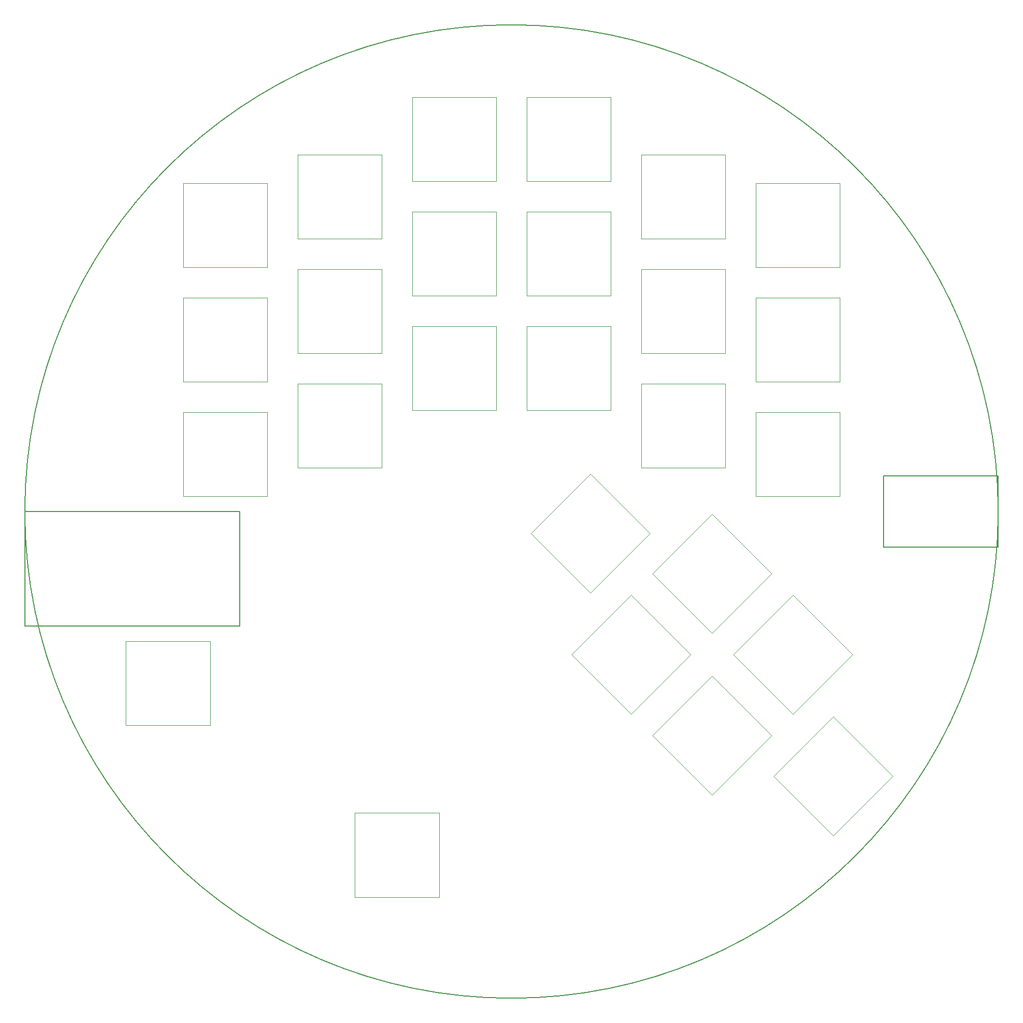
<source format=gm1>
%TF.GenerationSoftware,KiCad,Pcbnew,(5.1.9)-1*%
%TF.CreationDate,2021-12-08T11:05:04+09:00*%
%TF.ProjectId,GraSPIntTop,47726153-5049-46e7-9454-6f702e6b6963,rev?*%
%TF.SameCoordinates,Original*%
%TF.FileFunction,Profile,NP*%
%FSLAX46Y46*%
G04 Gerber Fmt 4.6, Leading zero omitted, Abs format (unit mm)*
G04 Created by KiCad (PCBNEW (5.1.9)-1) date 2021-12-08 11:05:04*
%MOMM*%
%LPD*%
G01*
G04 APERTURE LIST*
%TA.AperFunction,Profile*%
%ADD10C,0.150000*%
%TD*%
%TA.AperFunction,Profile*%
%ADD11C,0.120000*%
%TD*%
G04 APERTURE END LIST*
D10*
X23812500Y-114300000D02*
X23812500Y-95250000D01*
X185737500Y-89296875D02*
X185737500Y-101203125D01*
X59531250Y-95250000D02*
X23812500Y-95250000D01*
X59531250Y-114300000D02*
X59531250Y-95250000D01*
X23812500Y-114300000D02*
X59531250Y-114300000D01*
X166687500Y-89296875D02*
X185737500Y-89296875D01*
X166687500Y-101203125D02*
X166687500Y-89296875D01*
X185737500Y-101203125D02*
X166687500Y-101203125D01*
X185737500Y-95250000D02*
G75*
G03*
X185737500Y-95250000I-80962500J0D01*
G01*
D11*
%TO.C,SW18*%
X145400000Y-78725000D02*
X145400000Y-92725000D01*
X145400000Y-92725000D02*
X159400000Y-92725000D01*
X159400000Y-92725000D02*
X159400000Y-78725000D01*
X159400000Y-78725000D02*
X145400000Y-78725000D01*
%TO.C,SW25*%
X40625000Y-116825000D02*
X40625000Y-130825000D01*
X40625000Y-130825000D02*
X54625000Y-130825000D01*
X54625000Y-130825000D02*
X54625000Y-116825000D01*
X54625000Y-116825000D02*
X40625000Y-116825000D01*
%TO.C,SW5*%
X126350000Y-35862500D02*
X126350000Y-49862500D01*
X126350000Y-49862500D02*
X140350000Y-49862500D01*
X140350000Y-49862500D02*
X140350000Y-35862500D01*
X140350000Y-35862500D02*
X126350000Y-35862500D01*
%TO.C,SW20*%
X138112500Y-95692621D02*
X128213005Y-105592116D01*
X128213005Y-105592116D02*
X138112500Y-115491611D01*
X138112500Y-115491611D02*
X148011995Y-105592116D01*
X148011995Y-105592116D02*
X138112500Y-95692621D01*
%TO.C,SW6*%
X145400000Y-40625000D02*
X145400000Y-54625000D01*
X145400000Y-54625000D02*
X159400000Y-54625000D01*
X159400000Y-54625000D02*
X159400000Y-40625000D01*
X159400000Y-40625000D02*
X145400000Y-40625000D01*
%TO.C,SW17*%
X126350000Y-73962500D02*
X126350000Y-87962500D01*
X126350000Y-87962500D02*
X140350000Y-87962500D01*
X140350000Y-87962500D02*
X140350000Y-73962500D01*
X140350000Y-73962500D02*
X126350000Y-73962500D01*
%TO.C,SW9*%
X88250000Y-45387500D02*
X88250000Y-59387500D01*
X88250000Y-59387500D02*
X102250000Y-59387500D01*
X102250000Y-59387500D02*
X102250000Y-45387500D01*
X102250000Y-45387500D02*
X88250000Y-45387500D01*
%TO.C,SW11*%
X126350000Y-54912500D02*
X126350000Y-68912500D01*
X126350000Y-68912500D02*
X140350000Y-68912500D01*
X140350000Y-68912500D02*
X140350000Y-54912500D01*
X140350000Y-54912500D02*
X126350000Y-54912500D01*
%TO.C,SW14*%
X69200000Y-73962500D02*
X69200000Y-87962500D01*
X69200000Y-87962500D02*
X83200000Y-87962500D01*
X83200000Y-87962500D02*
X83200000Y-73962500D01*
X83200000Y-73962500D02*
X69200000Y-73962500D01*
%TO.C,SW7*%
X50150000Y-59675000D02*
X50150000Y-73675000D01*
X50150000Y-73675000D02*
X64150000Y-73675000D01*
X64150000Y-73675000D02*
X64150000Y-59675000D01*
X64150000Y-59675000D02*
X50150000Y-59675000D01*
%TO.C,SW15*%
X88250000Y-64437500D02*
X88250000Y-78437500D01*
X88250000Y-78437500D02*
X102250000Y-78437500D01*
X102250000Y-78437500D02*
X102250000Y-64437500D01*
X102250000Y-64437500D02*
X88250000Y-64437500D01*
%TO.C,SW3*%
X88250000Y-26337500D02*
X88250000Y-40337500D01*
X88250000Y-40337500D02*
X102250000Y-40337500D01*
X102250000Y-40337500D02*
X102250000Y-26337500D01*
X102250000Y-26337500D02*
X88250000Y-26337500D01*
%TO.C,SW16*%
X107300000Y-64437500D02*
X107300000Y-78437500D01*
X107300000Y-78437500D02*
X121300000Y-78437500D01*
X121300000Y-78437500D02*
X121300000Y-64437500D01*
X121300000Y-64437500D02*
X107300000Y-64437500D01*
%TO.C,SW23*%
X138112500Y-122633389D02*
X128213005Y-132532884D01*
X128213005Y-132532884D02*
X138112500Y-142432379D01*
X138112500Y-142432379D02*
X148011995Y-132532884D01*
X148011995Y-132532884D02*
X138112500Y-122633389D01*
%TO.C,SW13*%
X50150000Y-78725000D02*
X50150000Y-92725000D01*
X50150000Y-92725000D02*
X64150000Y-92725000D01*
X64150000Y-92725000D02*
X64150000Y-78725000D01*
X64150000Y-78725000D02*
X50150000Y-78725000D01*
%TO.C,SW2*%
X69200000Y-35862500D02*
X69200000Y-49862500D01*
X69200000Y-49862500D02*
X83200000Y-49862500D01*
X83200000Y-49862500D02*
X83200000Y-35862500D01*
X83200000Y-35862500D02*
X69200000Y-35862500D01*
%TO.C,SW4*%
X107300000Y-26337500D02*
X107300000Y-40337500D01*
X107300000Y-40337500D02*
X121300000Y-40337500D01*
X121300000Y-40337500D02*
X121300000Y-26337500D01*
X121300000Y-26337500D02*
X107300000Y-26337500D01*
%TO.C,SW21*%
X124642116Y-109163005D02*
X114742621Y-119062500D01*
X114742621Y-119062500D02*
X124642116Y-128961995D01*
X124642116Y-128961995D02*
X134541611Y-119062500D01*
X134541611Y-119062500D02*
X124642116Y-109163005D01*
%TO.C,SW10*%
X107300000Y-45387500D02*
X107300000Y-59387500D01*
X107300000Y-59387500D02*
X121300000Y-59387500D01*
X121300000Y-59387500D02*
X121300000Y-45387500D01*
X121300000Y-45387500D02*
X107300000Y-45387500D01*
%TO.C,SW8*%
X69200000Y-54912500D02*
X69200000Y-68912500D01*
X69200000Y-68912500D02*
X83200000Y-68912500D01*
X83200000Y-68912500D02*
X83200000Y-54912500D01*
X83200000Y-54912500D02*
X69200000Y-54912500D01*
%TO.C,SW22*%
X151582884Y-109163005D02*
X141683389Y-119062500D01*
X141683389Y-119062500D02*
X151582884Y-128961995D01*
X151582884Y-128961995D02*
X161482379Y-119062500D01*
X161482379Y-119062500D02*
X151582884Y-109163005D01*
%TO.C,SW26*%
X78725000Y-145400000D02*
X78725000Y-159400000D01*
X78725000Y-159400000D02*
X92725000Y-159400000D01*
X92725000Y-159400000D02*
X92725000Y-145400000D01*
X92725000Y-145400000D02*
X78725000Y-145400000D01*
%TO.C,SW19*%
X117906924Y-88957429D02*
X108007429Y-98856924D01*
X108007429Y-98856924D02*
X117906924Y-108756419D01*
X117906924Y-108756419D02*
X127806419Y-98856924D01*
X127806419Y-98856924D02*
X117906924Y-88957429D01*
%TO.C,SW12*%
X145400000Y-59675000D02*
X145400000Y-73675000D01*
X145400000Y-73675000D02*
X159400000Y-73675000D01*
X159400000Y-73675000D02*
X159400000Y-59675000D01*
X159400000Y-59675000D02*
X145400000Y-59675000D01*
%TO.C,SW24*%
X158318076Y-129368581D02*
X148418581Y-139268076D01*
X148418581Y-139268076D02*
X158318076Y-149167571D01*
X158318076Y-149167571D02*
X168217571Y-139268076D01*
X168217571Y-139268076D02*
X158318076Y-129368581D01*
%TO.C,SW1*%
X50150000Y-40625000D02*
X50150000Y-54625000D01*
X50150000Y-54625000D02*
X64150000Y-54625000D01*
X64150000Y-54625000D02*
X64150000Y-40625000D01*
X64150000Y-40625000D02*
X50150000Y-40625000D01*
%TD*%
M02*

</source>
